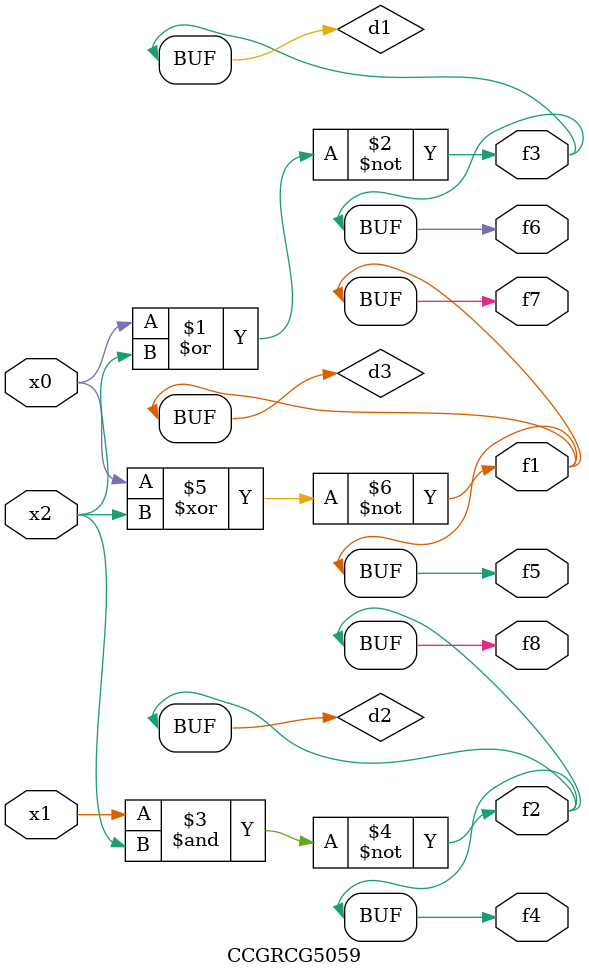
<source format=v>
module CCGRCG5059(
	input x0, x1, x2,
	output f1, f2, f3, f4, f5, f6, f7, f8
);

	wire d1, d2, d3;

	nor (d1, x0, x2);
	nand (d2, x1, x2);
	xnor (d3, x0, x2);
	assign f1 = d3;
	assign f2 = d2;
	assign f3 = d1;
	assign f4 = d2;
	assign f5 = d3;
	assign f6 = d1;
	assign f7 = d3;
	assign f8 = d2;
endmodule

</source>
